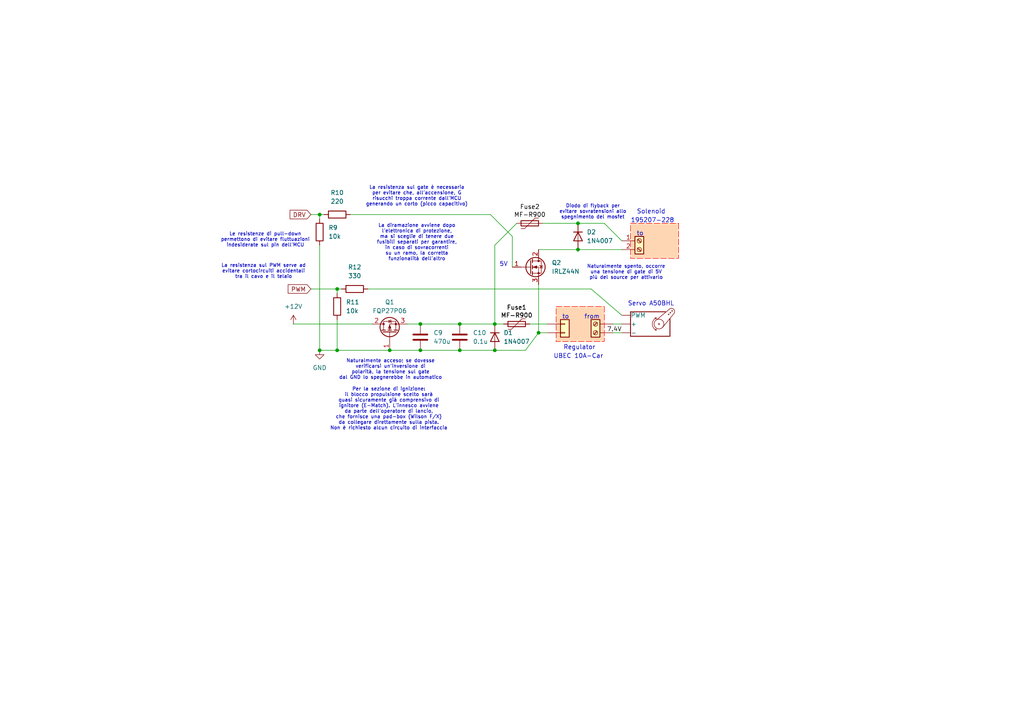
<source format=kicad_sch>
(kicad_sch (version 20250114) (generator "eeschema") (generator_version "9.0")
  (paper "A4")
  (title_block (title "Modulo Attuazione") (date "2025-11-28") (company "StarPi"))
  (lib_symbols
    (symbol "Conn_01x02_1" (pin_numbers (hide yes)) (pin_names (offset 1.016) (hide yes))
      (property "Reference" "J" (at 0 2.54 0))
      (property "Value" "Conn_01x02" (at 0 -5.08 0))
      (symbol "Conn_01x02_1_1_1"
        (rectangle (start -1.27 1.27) (end 1.27 -3.81) (stroke (width 0.254)) (fill (type background)))
        (rectangle (start -1.27 0.127) (end 0 -0.127) (stroke (width 0.1524)))
        (rectangle (start -1.27 -2.413) (end 0 -2.667) (stroke (width 0.1524)))
        (pin passive line (at -5.08 0 0) (length 3.81) (name "Pin_1") (number "1"))
        (pin passive line (at -5.08 -2.54 0) (length 3.81) (name "Pin_2") (number "2"))
      )
    )
    (symbol "Connector:Screw_Terminal_01x02" (pin_numbers (hide yes)) (pin_names (offset 1.016) (hide yes))
      (property "Reference" "J" (at 0 2.54 0))
      (property "Value" "Screw_Terminal_01x02" (at 0 -5.08 0))
      (symbol "Screw_Terminal_01x02_1_1"
        (rectangle (start -1.27 1.27) (end 1.27 -3.81) (stroke (width 0.254)) (fill (type background)))
        (polyline (pts (xy -0.5334 0.3302) (xy 0.3302 -0.508)) (stroke (width 0.1524)))
        (polyline (pts (xy -0.5334 -2.2098) (xy 0.3302 -3.048)) (stroke (width 0.1524)))
        (polyline (pts (xy -0.3556 0.508) (xy 0.508 -0.3302)) (stroke (width 0.1524)))
        (polyline (pts (xy -0.3556 -2.032) (xy 0.508 -2.8702)) (stroke (width 0.1524)))
        (circle (center 0 0) (radius 0.635) (stroke (width 0.1524)))
        (circle (center 0 -2.54) (radius 0.635) (stroke (width 0.1524)))
        (pin passive line (at -5.08 0 0) (length 3.81) (name "Pin_1") (number "1"))
        (pin passive line (at -5.08 -2.54 0) (length 3.81) (name "Pin_2") (number "2"))
      )
    )
    (symbol "Device:C" (pin_numbers (hide yes)) (pin_names (offset 0.254))
      (property "Reference" "C" (at 0.635 2.54 0))
      (property "Value" "C" (at 0.635 -2.54 0))
      (symbol "C_0_1"
        (polyline (pts (xy -2.032 0.762) (xy 2.032 0.762)) (stroke (width 0.508)))
        (polyline (pts (xy -2.032 -0.762) (xy 2.032 -0.762)) (stroke (width 0.508)))
      )
      (symbol "C_1_1"
        (pin passive line (at 0 3.81 270) (length 2.794) (name "~") (number "1"))
        (pin passive line (at 0 -3.81 90) (length 2.794) (name "~") (number "2"))
      )
    )
    (symbol "Device:Polyfuse" (pin_numbers (hide yes)) (pin_names (offset 0))
      (property "Reference" "F" (at -2.54 0 90))
      (property "Value" "Polyfuse" (at 2.54 0 90))
      (symbol "Polyfuse_0_1"
        (polyline (pts (xy -1.524 2.54) (xy -1.524 1.524) (xy 1.524 -1.524) (xy 1.524 -2.54)))
        (rectangle (start -0.762 2.54) (end 0.762 -2.54) (stroke (width 0.254)))
        (polyline (pts (xy 0 2.54) (xy 0 -2.54)))
      )
      (symbol "Polyfuse_1_1"
        (pin passive line (at 0 3.81 270) (length 1.27) (name "~") (number "1"))
        (pin passive line (at 0 -3.81 90) (length 1.27) (name "~") (number "2"))
      )
    )
    (symbol "Device:R" (pin_numbers (hide yes)) (pin_names (offset 0))
      (property "Reference" "R" (at 2.032 0 90))
      (property "Value" "R" (at 0 0 90))
      (symbol "R_0_1"
        (rectangle (start -1.016 -2.54) (end 1.016 2.54) (stroke (width 0.254)))
      )
      (symbol "R_1_1"
        (pin passive line (at 0 3.81 270) (length 1.27) (name "~") (number "1"))
        (pin passive line (at 0 -3.81 90) (length 1.27) (name "~") (number "2"))
      )
    )
    (symbol "Diode:1N4007" (pin_numbers (hide yes)) (pin_names (hide yes))
      (property "Reference" "D" (at 0 2.54 0))
      (property "Value" "1N4007" (at 0 -2.54 0))
      (symbol "1N4007_0_1"
        (polyline (pts (xy -1.27 1.27) (xy -1.27 -1.27)) (stroke (width 0.254)))
        (polyline (pts (xy 1.27 1.27) (xy 1.27 -1.27) (xy -1.27 0) (xy 1.27 1.27)) (stroke (width 0.254)))
        (polyline (pts (xy 1.27 0) (xy -1.27 0)))
      )
      (symbol "1N4007_1_1"
        (pin passive line (at -3.81 0 0) (length 2.54) (name "K") (number "1"))
        (pin passive line (at 3.81 0 180) (length 2.54) (name "A") (number "2"))
      )
    )
    (symbol "FQP27P06_1" (pin_names (hide yes))
      (property "Reference" "Q" (at 5.08 1.905 0))
      (property "Value" "FQP27P06" (at 5.08 0 0))
      (symbol "FQP27P06_1_0_1"
        (polyline (pts (xy 0.254 1.905) (xy 0.254 -1.905)) (stroke (width 0.254)))
        (polyline (pts (xy 0.254 0) (xy -2.54 0)))
        (polyline (pts (xy 0.762 2.286) (xy 0.762 1.27)) (stroke (width 0.254)))
        (polyline (pts (xy 0.762 1.778) (xy 3.302 1.778) (xy 3.302 -1.778) (xy 0.762 -1.778)))
        (polyline (pts (xy 0.762 0.508) (xy 0.762 -0.508)) (stroke (width 0.254)))
        (polyline (pts (xy 0.762 -1.27) (xy 0.762 -2.286)) (stroke (width 0.254)))
        (circle (center 1.651 0) (radius 2.794) (stroke (width 0.254)))
        (polyline (pts (xy 2.286 0) (xy 1.27 0.381) (xy 1.27 -0.381) (xy 2.286 0)) (fill (type outline)))
        (polyline (pts (xy 2.54 2.54) (xy 2.54 1.778)))
        (circle (center 2.54 1.778) (radius 0.254) (fill (type outline)))
        (circle (center 2.54 -1.778) (radius 0.254) (fill (type outline)))
        (polyline (pts (xy 2.54 -2.54) (xy 2.54 0) (xy 0.762 0)))
        (polyline (pts (xy 2.794 -0.508) (xy 2.921 -0.381) (xy 3.683 -0.381) (xy 3.81 -0.254)))
        (polyline (pts (xy 3.302 -0.381) (xy 2.921 0.254) (xy 3.683 0.254) (xy 3.302 -0.381)))
      )
      (symbol "FQP27P06_1_1_1"
        (pin input line (at -5.08 0 0) (length 2.54) (name "G") (number "1"))
        (pin passive line (at 2.54 5.08 270) (length 2.54) (name "D") (number "2"))
        (pin passive line (at 2.54 -5.08 90) (length 2.54) (name "S") (number "3"))
      )
    )
    (symbol "Motor:Motor_Servo" (pin_numbers (hide yes)) (pin_names (offset 0.0254))
      (property "Reference" "M" (at -5.08 4.445 0))
      (property "Value" "Motor_Servo" (at -5.08 -4.064 0))
      (symbol "Motor_Servo_0_1"
        (polyline (pts (xy 2.413 1.778) (xy 1.905 1.778)))
        (polyline (pts (xy 2.413 1.778) (xy 2.286 1.397)))
        (polyline (pts (xy 2.413 -1.778) (xy 2.032 -1.778)))
        (polyline (pts (xy 2.413 -1.778) (xy 2.286 -1.397)))
        (arc (start 2.413 -1.778) (mid 1.2406 0) (end 2.413 1.778))
        (circle (center 3.175 0) (radius 0.1778))
        (circle (center 3.175 0) (radius 1.4224))
        (polyline (pts (xy 5.08 3.556) (xy -5.08 3.556) (xy -5.08 -3.556) (xy 6.35 -3.556) (xy 6.35 1.524)) (stroke (width 0.254)))
        (circle (center 5.969 2.794) (radius 0.127))
        (polyline (pts (xy 6.35 4.445) (xy 2.54 1.27)))
        (circle (center 6.477 3.302) (radius 0.127))
        (arc (start 6.35 4.445) (mid 7.4487 4.2737) (end 7.62 3.175))
        (circle (center 6.985 3.81) (radius 0.127))
        (polyline (pts (xy 7.62 3.175) (xy 4.191 -1.016)))
      )
      (symbol "Motor_Servo_1_1"
        (pin passive line (at -7.62 2.54 0) (length 2.54) (name "PWM") (number "1"))
        (pin passive line (at -7.62 0 0) (length 2.54) (name "+") (number "2"))
        (pin passive line (at -7.62 -2.54 0) (length 2.54) (name "-") (number "3"))
      )
    )
    (symbol "Screw_Terminal_01x02_1" (pin_names (offset 1.016) (hide yes))
      (property "Reference" "J" (at 0 2.54 0))
      (property "Value" "Screw_Terminal_01x02" (at 0 -5.08 0))
      (symbol "Screw_Terminal_01x02_1_1_1"
        (rectangle (start -1.27 1.27) (end 1.27 -3.81) (stroke (width 0.254)) (fill (type background)))
        (polyline (pts (xy -0.5334 0.3302) (xy 0.3302 -0.508)) (stroke (width 0.1524)))
        (polyline (pts (xy -0.5334 -2.2098) (xy 0.3302 -3.048)) (stroke (width 0.1524)))
        (polyline (pts (xy -0.3556 0.508) (xy 0.508 -0.3302)) (stroke (width 0.1524)))
        (polyline (pts (xy -0.3556 -2.032) (xy 0.508 -2.8702)) (stroke (width 0.1524)))
        (circle (center 0 0) (radius 0.635) (stroke (width 0.1524)))
        (circle (center 0 -2.54) (radius 0.635) (stroke (width 0.1524)))
        (pin passive line (at -5.08 0 0) (length 3.81) (name "Pin_1") (number "1"))
        (pin passive line (at -5.08 -2.54 0) (length 3.81) (name "Pin_2") (number "2"))
      )
    )
    (symbol "Transistor_FET:IRLZ44N" (pin_names (hide yes))
      (property "Reference" "Q" (at 5.08 1.905 0))
      (property "Value" "IRLZ44N" (at 5.08 0 0))
      (symbol "IRLZ44N_0_1"
        (polyline (pts (xy 0.254 1.905) (xy 0.254 -1.905)) (stroke (width 0.254)))
        (polyline (pts (xy 0.254 0) (xy -2.54 0)))
        (polyline (pts (xy 0.762 2.286) (xy 0.762 1.27)) (stroke (width 0.254)))
        (polyline (pts (xy 0.762 0.508) (xy 0.762 -0.508)) (stroke (width 0.254)))
        (polyline (pts (xy 0.762 -1.27) (xy 0.762 -2.286)) (stroke (width 0.254)))
        (polyline (pts (xy 0.762 -1.778) (xy 3.302 -1.778) (xy 3.302 1.778) (xy 0.762 1.778)))
        (polyline (pts (xy 1.016 0) (xy 2.032 0.381) (xy 2.032 -0.381) (xy 1.016 0)) (fill (type outline)))
        (circle (center 1.651 0) (radius 2.794) (stroke (width 0.254)))
        (polyline (pts (xy 2.54 2.54) (xy 2.54 1.778)))
        (circle (center 2.54 1.778) (radius 0.254) (fill (type outline)))
        (circle (center 2.54 -1.778) (radius 0.254) (fill (type outline)))
        (polyline (pts (xy 2.54 -2.54) (xy 2.54 0) (xy 0.762 0)))
        (polyline (pts (xy 2.794 0.508) (xy 2.921 0.381) (xy 3.683 0.381) (xy 3.81 0.254)))
        (polyline (pts (xy 3.302 0.381) (xy 2.921 -0.254) (xy 3.683 -0.254) (xy 3.302 0.381)))
      )
      (symbol "IRLZ44N_1_1"
        (pin input line (at -5.08 0 0) (length 2.54) (name "G") (number "1"))
        (pin passive line (at 2.54 5.08 270) (length 2.54) (name "D") (number "2"))
        (pin passive line (at 2.54 -5.08 90) (length 2.54) (name "S") (number "3"))
      )
    )
    (symbol "power:+12V" (power) (pin_numbers (hide yes)) (pin_names (offset 0) (hide yes))
      (property "Value" "+12V" (at 0 3.556 0))
      (symbol "+12V_0_1"
        (polyline (pts (xy -0.762 1.27) (xy 0 2.54)))
        (polyline (pts (xy 0 2.54) (xy 0.762 1.27)))
        (polyline (pts (xy 0 0) (xy 0 2.54)))
      )
      (symbol "+12V_1_1"
        (pin power_in line (at 0 0 90) (length 0) (name "~") (number "1"))
      )
    )
    (symbol "power:GND" (power) (pin_numbers (hide yes)) (pin_names (offset 0) (hide yes))
      (property "Value" "GND" (at 0 -3.81 0))
      (symbol "GND_0_1"
        (polyline (pts (xy 0 0) (xy 0 -1.27) (xy 1.27 -1.27) (xy 0 -2.54) (xy -1.27 -1.27) (xy 0 -1.27)))
      )
      (symbol "GND_1_1"
        (pin power_in line (at 0 0 270) (length 0) (name "~") (number "1"))
      )
    )
  )
  (text "Diodo di flyback per\nevitare sovratensioni allo\nspegnimento del mosfet" (at 171.958 61.468 0) (effects (font (size 1 1))))
  (text "5V" (at 147.32 77.47 0) (effects (font (size 1.27 1.27)) (justify right bottom)))
  (text "Le resistenze di pull-down\npermettono di evitare fluttuazioni\nindesiderate sul pin dell'MCU" (at 76.962 69.596 0) (effects (font (size 1 1))))
  (text "Servo A50BHL" (at 195.58 88.9 0) (effects (font (size 1.27 1.27)) (justify right bottom)))
  (text "Naturalmente spento, occorre\nuna tensione di gate di 5V\npiù del source per attivarlo" (at 181.61 78.994 0) (effects (font (size 1 1))))
  (text "Per la sezione di ignizione:\nil blocco propulsione scelto sarà\nquasi sicuramente già comprensivo di\nignitore (E-Match). L'innesco avviene\nda parte dell'operatore di lancio,\nche fornisce una pad-box (Wilson F/X)\nda collegare direttamente sulla pista.\nNon è richiesto alcun circuito di interfaccia" (at 112.776 118.618 0) (effects (font (size 1 1))))
  (text "to" (at 165.1 92.71 0) (effects (font (size 1.27 1.27)) (justify right bottom)))
  (text "La resistenza sul gate è necessaria\nper evitare che, all'accensione, G\nrisucchi troppa corrente dall'MCU\ngenerando un corto (picco capacitivo)" (at 120.904 56.896 0) (effects (font (size 1 1))))
  (text "from" (at 173.99 92.71 0) (effects (font (size 1.27 1.27)) (justify right bottom)))
  (text "Solenoid" (at 193.04 62.23 0) (effects (font (size 1.27 1.27)) (justify right bottom)))
  (text "UBEC 10A-Car" (at 175.006 104.14 0) (effects (font (size 1.27 1.27)) (justify right bottom)))
  (text "to" (at 186.69 68.58 0) (effects (font (size 1.27 1.27)) (justify right bottom)))
  (text "Naturalmente acceso; se dovesse\nverificarsi un'inversione di\npolarità, la tensione sul gate\ndal GND lo spegnerebbe in automatico" (at 113.284 107.188 0) (effects (font (size 1 1))))
  (text "Regulator" (at 172.72 101.6 0) (effects (font (size 1.27 1.27)) (justify right bottom)))
  (text "195207-228" (at 195.58 64.77 0) (effects (font (size 1.27 1.27)) (justify right bottom)))
  (text "La diramazione avviene dopo\nl'elettronica di protezione,\nma si sceglie di tenere due\nfusibili separati per garantire,\nin caso di sovracorrenti\nsu un ramo, la corretta\nfunzionalità dell'altro" (at 120.904 70.358 0) (effects (font (size 1 1))))
  (text "La resistenza sul PWM serve ad\nevitare cortocircuiti accidentali\ntra il cavo e il telaio" (at 76.454 78.74 0) (effects (font (size 1 1))))
  (junction (at 92.71 62.23))
  (junction (at 133.35 93.98))
  (junction (at 143.51 93.98))
  (junction (at 167.64 72.39))
  (junction (at 97.79 101.6))
  (junction (at 121.92 101.6))
  (junction (at 133.35 101.6))
  (junction (at 156.21 96.52))
  (junction (at 167.64 64.77))
  (junction (at 121.92 93.98))
  (junction (at 92.71 101.6))
  (junction (at 143.51 101.6))
  (junction (at 97.79 83.82))
  (junction (at 113.03 101.6))
  (wire (pts (xy 148.59 77.47) (xy 148.59 68.58)))
  (wire (pts (xy 97.79 85.09) (xy 97.79 83.82)))
  (wire (pts (xy 143.51 101.6) (xy 152.4 101.6)))
  (wire (pts (xy 167.64 72.39) (xy 180.34 72.39)))
  (wire (pts (xy 146.05 93.98) (xy 143.51 93.98)))
  (wire (pts (xy 97.79 101.6) (xy 113.03 101.6)))
  (wire (pts (xy 90.17 83.82) (xy 97.79 83.82)))
  (wire (pts (xy 156.21 82.55) (xy 156.21 96.52)))
  (wire (pts (xy 156.21 72.39) (xy 167.64 72.39)))
  (wire (pts (xy 118.11 93.98) (xy 121.92 93.98)))
  (wire (pts (xy 133.35 101.6) (xy 143.51 101.6)))
  (wire (pts (xy 152.4 101.6) (xy 156.21 96.52)))
  (wire (pts (xy 113.03 101.6) (xy 121.92 101.6)))
  (wire (pts (xy 97.79 92.71) (xy 97.79 101.6)))
  (wire (pts (xy 121.92 93.98) (xy 133.35 93.98)))
  (wire (pts (xy 92.71 101.6) (xy 97.79 101.6)))
  (wire (pts (xy 177.8 96.52) (xy 180.34 96.52)))
  (wire (pts (xy 93.98 62.23) (xy 92.71 62.23)))
  (wire (pts (xy 92.71 71.12) (xy 92.71 101.6)))
  (wire (pts (xy 157.48 64.77) (xy 167.64 64.77)))
  (wire (pts (xy 156.21 96.52) (xy 158.75 96.52)))
  (wire (pts (xy 177.8 93.98) (xy 180.34 93.98)))
  (wire (pts (xy 92.71 62.23) (xy 92.71 63.5)))
  (wire (pts (xy 149.86 64.77) (xy 143.51 71.12)))
  (wire (pts (xy 180.34 69.85) (xy 175.26 64.77)))
  (wire (pts (xy 133.35 93.98) (xy 143.51 93.98)))
  (wire (pts (xy 153.67 93.98) (xy 158.75 93.98)))
  (wire (pts (xy 106.68 83.82) (xy 171.45 83.82)))
  (wire (pts (xy 143.51 71.12) (xy 143.51 93.98)))
  (wire (pts (xy 167.64 64.77) (xy 175.26 64.77)))
  (wire (pts (xy 121.92 101.6) (xy 133.35 101.6)))
  (wire (pts (xy 101.6 62.23) (xy 142.24 62.23)))
  (wire (pts (xy 148.59 68.58) (xy 142.24 62.23)))
  (wire (pts (xy 90.17 62.23) (xy 92.71 62.23)))
  (wire (pts (xy 97.79 83.82) (xy 99.06 83.82)))
  (wire (pts (xy 171.45 83.82) (xy 180.34 91.44)))
  (wire (pts (xy 85.09 93.98) (xy 107.95 93.98)))
  (label "7.4V" (at 180.34 96.52 180))
  (global_label "PWM" (shape input) (at 90.17 83.82 180) (property "Intersheetrefs" "${INTERSHEET_REFS}" (effects (hide yes))))
  (global_label "DRV" (shape input) (at 90.17 62.23 180) (property "Intersheetrefs" "${INTERSHEET_REFS}" (effects (hide yes))))
  (rule_area (polyline (pts (xy 196.85 64.77) (xy 196.85 74.93) (xy 182.88 74.93) (xy 182.88 64.77)) (stroke (width 0) (type dash)) (fill (type color) (color 255 214 180 1))))
  (rule_area (polyline (pts (xy 175.26 88.9) (xy 175.26 99.06) (xy 161.29 99.06) (xy 161.29 88.9)) (stroke (width 0) (type dash)) (fill (type color) (color 255 214 180 1))))
  (symbol (lib_name "Screw_Terminal_01x02_1") (lib_id "Connector:Screw_Terminal_01x02") (at 185.42 69.85 0) (unit 1)
    (property "Reference" "J4" (effects (hide yes)))
    (property "Value" "Screw_Terminal_01x02" (effects (hide yes)))
    (property "Description" "Generic screw terminal, single row, 01x02, script generated (kicad-library-utils/schlib/autogen/connector/)" (effects (hide yes)))
  )
  (symbol (lib_id "Device:Polyfuse") (at 149.86 93.98 90) (unit 1)
    (property "Reference" "Fuse1" (at 149.86 89.154 90))
    (property "Value" "MF-R900" (at 149.86 91.44 90))
    (property "Description" "Resettable fuse, polymeric positive temperature coefficient" (effects (hide yes)))
  )
  (symbol (lib_id "Device:C") (at 121.92 97.79 0) (unit 1)
    (property "Reference" "C9" (at 125.73 96.5199 0) (effects (justify left)))
    (property "Value" "470u" (at 125.73 99.0599 0) (effects (justify left)))
    (property "Description" "Unpolarized capacitor" (effects (hide yes)))
  )
  (symbol (lib_id "Device:R") (at 97.79 88.9 180) (unit 1)
    (property "Reference" "R11" (at 100.33 87.6299 0) (effects (justify right)))
    (property "Value" "10k" (at 100.33 90.1699 0) (effects (justify right)))
    (property "Description" "Resistor" (effects (hide yes)))
  )
  (symbol (lib_id "Device:C") (at 133.35 97.79 0) (unit 1)
    (property "Reference" "C10" (at 137.16 96.5199 0) (effects (justify left)))
    (property "Value" "0.1u" (at 137.16 99.0599 0) (effects (justify left)))
    (property "Description" "Unpolarized capacitor" (effects (hide yes)))
  )
  (symbol (lib_id "Device:R") (at 97.79 62.23 90) (unit 1)
    (property "Reference" "R10" (at 97.79 55.88 90))
    (property "Value" "220" (at 97.79 58.42 90))
    (property "Description" "Resistor" (effects (hide yes)))
  )
  (symbol (lib_id "power:+12V") (at 85.09 93.98 0) (unit 1)
    (property "Reference" "#PWR027" (effects (hide yes)))
    (property "Value" "+12V" (at 85.09 88.9 0))
    (property "Description" "Power symbol creates a global label with name \"+12V\"" (effects (hide yes)))
  )
  (symbol (lib_id "Motor:Motor_Servo") (at 187.96 93.98 0) (unit 1)
    (property "Reference" "M1" (effects (hide yes)))
    (property "Value" "Motor_Servo" (effects (hide yes)))
    (property "Datasheet" "http://forums.parallax.com/uploads/attachments/46831/74481.png" (effects (hide yes)))
    (property "Description" "Servo Motor (Futaba, HiTec, JR connector)" (effects (hide yes)))
  )
  (symbol (lib_name "Conn_01x02_1") (lib_id "Connector_Generic:Conn_01x02") (at 163.83 93.98 0) (unit 1)
    (property "Reference" "J1" (effects (hide yes)))
    (property "Value" "Conn_01x02" (effects (hide yes)))
    (property "Description" "Generic connector, single row, 01x02, script generated (kicad-library-utils/schlib/autogen/connector/)" (effects (hide yes)))
  )
  (symbol (lib_id "Connector:Screw_Terminal_01x02") (at 172.72 93.98 0) (mirror y) (unit 1)
    (property "Reference" "J2" (effects (hide yes)))
    (property "Description" "Generic screw terminal, single row, 01x02, script generated (kicad-library-utils/schlib/autogen/connector/)" (effects (hide yes)))
  )
  (symbol (lib_id "power:GND") (at 92.71 101.6 0) (unit 1)
    (property "Reference" "#PWR028" (effects (hide yes)))
    (property "Value" "GND" (at 92.71 106.68 0))
    (property "Description" "Power symbol creates a global label with name \"GND\" , ground" (effects (hide yes)))
  )
  (symbol (lib_id "Device:Polyfuse") (at 153.67 64.77 90) (unit 1)
    (property "Reference" "Fuse2" (at 153.67 59.944 90))
    (property "Value" "MF-R900" (at 153.67 62.23 90))
    (property "Description" "Resettable fuse, polymeric positive temperature coefficient" (effects (hide yes)))
  )
  (symbol (lib_id "Diode:1N4007") (at 143.51 97.79 270) (unit 1)
    (property "Reference" "D1" (at 146.05 96.5199 90) (effects (justify left)))
    (property "Value" "1N4007" (at 146.05 99.0599 90) (effects (justify left)))
    (property "Footprint" "Diode_THT:D_DO-41_SOD81_P10.16mm_Horizontal" (effects (hide yes)))
    (property "Datasheet" "http://www.vishay.com/docs/88503/1n4001.pdf" (effects (hide yes)))
    (property "Description" "1000V 1A General Purpose Rectifier Diode, DO-41" (effects (hide yes)))
    (property "Sim.Device" "D" (effects (hide yes)))
    (property "Sim.Pins" "1=K 2=A" (effects (hide yes)))
  )
  (symbol (lib_name "FQP27P06_1") (lib_id "Transistor_FET:FQP27P06") (at 113.03 96.52 90) (unit 1)
    (property "Reference" "Q1" (at 113.03 87.63 90))
    (property "Value" "FQP27P06" (at 113.03 90.17 90))
    (property "Footprint" "Package_TO_SOT_THT:TO-220-3_Vertical" (effects (hide yes)))
    (property "Datasheet" "https://www.onsemi.com/pub/Collateral/FQP27P06-D.PDF" (effects (hide yes)))
    (property "Description" "-27A Id, -60V Vds, QFET P-Channel MOSFET, TO-220" (effects (hide yes)))
  )
  (symbol (lib_id "Diode:1N4007") (at 167.64 68.58 270) (unit 1)
    (property "Reference" "D2" (at 170.18 67.3099 90) (effects (justify left)))
    (property "Value" "1N4007" (at 170.18 69.8499 90) (effects (justify left)))
    (property "Footprint" "Diode_THT:D_DO-41_SOD81_P10.16mm_Horizontal" (effects (hide yes)))
    (property "Datasheet" "http://www.vishay.com/docs/88503/1n4001.pdf" (effects (hide yes)))
    (property "Description" "1000V 1A General Purpose Rectifier Diode, DO-41" (effects (hide yes)))
    (property "Sim.Device" "D" (effects (hide yes)))
    (property "Sim.Pins" "1=K 2=A" (effects (hide yes)))
  )
  (symbol (lib_id "Device:R") (at 92.71 67.31 180) (unit 1)
    (property "Reference" "R9" (at 95.25 66.0399 0) (effects (justify right)))
    (property "Value" "10k" (at 95.25 68.5799 0) (effects (justify right)))
    (property "Description" "Resistor" (effects (hide yes)))
  )
  (symbol (lib_id "Transistor_FET:IRLZ44N") (at 153.67 77.47 0) (unit 1)
    (property "Reference" "Q2" (at 160.02 76.1999 0) (effects (justify left)))
    (property "Value" "IRLZ44N" (at 160.02 78.7399 0) (effects (justify left)))
    (property "Footprint" "Package_TO_SOT_THT:TO-220-3_Vertical" (effects (hide yes)))
    (property "Datasheet" "http://www.irf.com/product-info/datasheets/data/irlz44n.pdf" (effects (hide yes)))
    (property "Description" "47A Id, 55V Vds, 22mOhm Rds Single N-Channel HEXFET Power MOSFET, TO-220AB" (effects (hide yes)))
  )
  (symbol (lib_id "Device:R") (at 102.87 83.82 90) (unit 1)
    (property "Reference" "R12" (at 102.87 77.47 90))
    (property "Value" "330" (at 102.87 80.01 90))
    (property "Description" "Resistor" (effects (hide yes)))
  )
)
</source>
